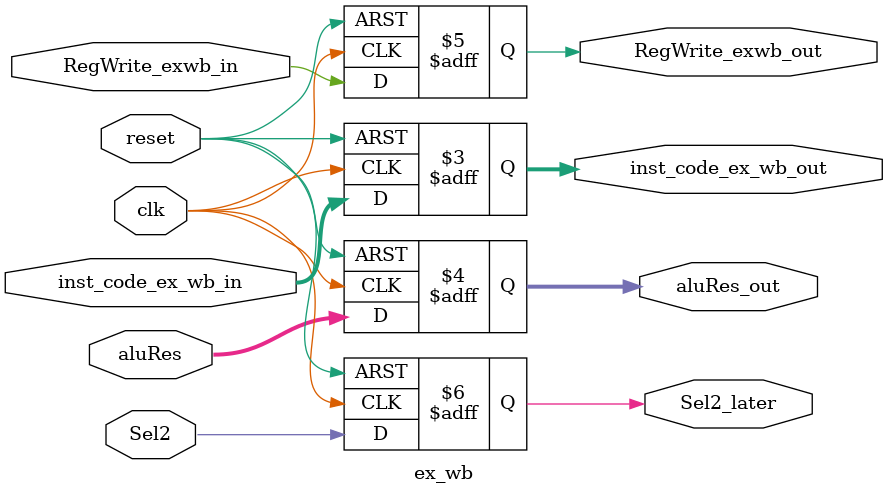
<source format=v>
module ex_wb(Sel2, RegWrite_exwb_in,clk,reset, aluRes,inst_code_ex_wb_in,aluRes_out,inst_code_ex_wb_out, RegWrite_exwb_out,Sel2_later);
input clk, reset;
input [7:0] aluRes;// PC_ex_j;
input [7:0]inst_code_ex_wb_in;
input RegWrite_exwb_in, Sel2;
output reg [7:0]inst_code_ex_wb_out;
output reg [7:0]aluRes_out;// PC_j;
output reg RegWrite_exwb_out;
output reg Sel2_later;
//output reg RegWrite, PCsrc;
always@(posedge clk, negedge reset)
begin
	if(reset == 0)
		begin
			inst_code_ex_wb_out <=0;
			aluRes_out <= 0;
			//PC_j <= 0;
			RegWrite_exwb_out <=0;
			Sel2_later <=0;
			//RegWrite <=0;
			//PCsrc <= 1;
		end
	else
		begin
			inst_code_ex_wb_out <= inst_code_ex_wb_in;
			aluRes_out <= aluRes;
			//PC_j <= PC_ex_j;
			RegWrite_exwb_out <= RegWrite_exwb_in;
			Sel2_later <= Sel2;
			/*if(inst_code_ex_wb_in[7:6]!=2'b11)
				begin
				RegWrite <=1;
				PCsrc <= 1;
				end
			else
				begin
				RegWrite <=0;
				PCsrc <= 0;
				end*/
		end

end
endmodule

</source>
